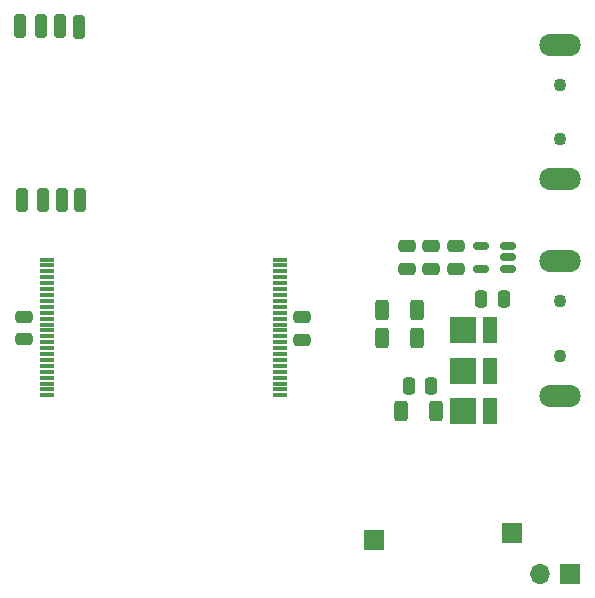
<source format=gbr>
%TF.GenerationSoftware,KiCad,Pcbnew,(6.0.5)*%
%TF.CreationDate,2023-08-07T21:45:28+03:00*%
%TF.ProjectId,JLC2,4a4c4332-2e6b-4696-9361-645f70636258,rev?*%
%TF.SameCoordinates,Original*%
%TF.FileFunction,Soldermask,Bot*%
%TF.FilePolarity,Negative*%
%FSLAX46Y46*%
G04 Gerber Fmt 4.6, Leading zero omitted, Abs format (unit mm)*
G04 Created by KiCad (PCBNEW (6.0.5)) date 2023-08-07 21:45:28*
%MOMM*%
%LPD*%
G01*
G04 APERTURE LIST*
G04 Aperture macros list*
%AMRoundRect*
0 Rectangle with rounded corners*
0 $1 Rounding radius*
0 $2 $3 $4 $5 $6 $7 $8 $9 X,Y pos of 4 corners*
0 Add a 4 corners polygon primitive as box body*
4,1,4,$2,$3,$4,$5,$6,$7,$8,$9,$2,$3,0*
0 Add four circle primitives for the rounded corners*
1,1,$1+$1,$2,$3*
1,1,$1+$1,$4,$5*
1,1,$1+$1,$6,$7*
1,1,$1+$1,$8,$9*
0 Add four rect primitives between the rounded corners*
20,1,$1+$1,$2,$3,$4,$5,0*
20,1,$1+$1,$4,$5,$6,$7,0*
20,1,$1+$1,$6,$7,$8,$9,0*
20,1,$1+$1,$8,$9,$2,$3,0*%
G04 Aperture macros list end*
%ADD10C,1.100000*%
%ADD11O,3.500000X1.900000*%
%ADD12R,1.700000X1.700000*%
%ADD13O,1.700000X1.700000*%
%ADD14RoundRect,0.250000X-0.250000X-0.750000X0.250000X-0.750000X0.250000X0.750000X-0.250000X0.750000X0*%
%ADD15RoundRect,0.250000X0.475000X-0.250000X0.475000X0.250000X-0.475000X0.250000X-0.475000X-0.250000X0*%
%ADD16RoundRect,0.150000X0.512500X0.150000X-0.512500X0.150000X-0.512500X-0.150000X0.512500X-0.150000X0*%
%ADD17RoundRect,0.250000X-0.250000X-0.475000X0.250000X-0.475000X0.250000X0.475000X-0.250000X0.475000X0*%
%ADD18RoundRect,0.250000X-0.475000X0.250000X-0.475000X-0.250000X0.475000X-0.250000X0.475000X0.250000X0*%
%ADD19R,1.275000X0.300000*%
%ADD20R,2.200000X2.200000*%
%ADD21R,1.250000X2.200000*%
%ADD22RoundRect,0.250000X0.250000X0.475000X-0.250000X0.475000X-0.250000X-0.475000X0.250000X-0.475000X0*%
%ADD23RoundRect,0.250000X-0.312500X-0.625000X0.312500X-0.625000X0.312500X0.625000X-0.312500X0.625000X0*%
%ADD24RoundRect,0.250000X0.312500X0.625000X-0.312500X0.625000X-0.312500X-0.625000X0.312500X-0.625000X0*%
G04 APERTURE END LIST*
D10*
%TO.C,J1*%
X145050000Y-71000000D03*
X145050000Y-66400000D03*
D11*
X145050000Y-74400000D03*
X145050000Y-63000000D03*
%TD*%
D12*
%TO.C,BAT+*%
X129290000Y-104918750D03*
%TD*%
%TO.C,-USB+*%
X145865000Y-107778750D03*
D13*
X143325000Y-107778750D03*
%TD*%
D10*
%TO.C,J1*%
X145050001Y-84719999D03*
X145050001Y-89319999D03*
D11*
X145050001Y-81319999D03*
X145050001Y-92719999D03*
%TD*%
D12*
%TO.C,BAT-*%
X140970000Y-104308750D03*
%TD*%
D14*
%TO.C,REF\u002A\u002A*%
X99470000Y-76110000D03*
%TD*%
D15*
%TO.C,C19*%
X134130001Y-81949999D03*
X134130001Y-80049999D03*
%TD*%
D16*
%TO.C,U1*%
X140637501Y-80039999D03*
X140637501Y-80989999D03*
X140637501Y-81939999D03*
X138362501Y-81939999D03*
X138362501Y-80039999D03*
%TD*%
D17*
%TO.C,C10*%
X132260001Y-91869999D03*
X134160001Y-91869999D03*
%TD*%
D14*
%TO.C,REF\u002A\u002A*%
X102720000Y-61440000D03*
%TD*%
D18*
%TO.C,C2*%
X99680001Y-86019999D03*
X99680001Y-87919999D03*
%TD*%
D19*
%TO.C,m2*%
X101620001Y-92679999D03*
X101620001Y-92179999D03*
X101620001Y-91679999D03*
X101620001Y-91179999D03*
X101620001Y-90679999D03*
X101620001Y-90179999D03*
X101620001Y-89679999D03*
X101620001Y-89179999D03*
X101620001Y-88679999D03*
X101620001Y-88179999D03*
X101620001Y-87679999D03*
X101620001Y-87179999D03*
X101620001Y-86679999D03*
X101620001Y-86179999D03*
X101620001Y-85679999D03*
X101620001Y-85179999D03*
X101620001Y-84679999D03*
X101620001Y-84179999D03*
X101620001Y-83679999D03*
X101620001Y-83179999D03*
X101620001Y-82679999D03*
X101620001Y-82179999D03*
X101620001Y-81679999D03*
X101620001Y-81179999D03*
X121296001Y-81179999D03*
X121296001Y-81679999D03*
X121296001Y-82179999D03*
X121296001Y-82679999D03*
X121296001Y-83179999D03*
X121296001Y-83679999D03*
X121296001Y-84179999D03*
X121296001Y-84679999D03*
X121296001Y-85179999D03*
X121296001Y-85679999D03*
X121296001Y-86179999D03*
X121296001Y-86679999D03*
X121296001Y-87179999D03*
X121296001Y-87679999D03*
X121296001Y-88179999D03*
X121296001Y-88679999D03*
X121296001Y-89179999D03*
X121296001Y-89679999D03*
X121296001Y-90179999D03*
X121296001Y-90679999D03*
X121296001Y-91179999D03*
X121296001Y-91679999D03*
X121296001Y-92179999D03*
X121296001Y-92679999D03*
%TD*%
D18*
%TO.C,C6*%
X123190001Y-86069999D03*
X123190001Y-87969999D03*
%TD*%
D14*
%TO.C,REF\u002A\u002A*%
X101230000Y-76150000D03*
%TD*%
D15*
%TO.C,C17*%
X132100001Y-81939999D03*
X132100001Y-80039999D03*
%TD*%
D14*
%TO.C,REF\u002A\u002A*%
X99330000Y-61400000D03*
%TD*%
%TO.C,REF\u002A\u002A*%
X101090000Y-61440000D03*
%TD*%
%TO.C,REF\u002A\u002A*%
X104300000Y-61460000D03*
%TD*%
D20*
%TO.C,D3*%
X136810001Y-93989999D03*
D21*
X139085001Y-93989999D03*
%TD*%
D22*
%TO.C,C11*%
X140260001Y-84479999D03*
X138360001Y-84479999D03*
%TD*%
D15*
%TO.C,C12*%
X136210001Y-81949999D03*
X136210001Y-80049999D03*
%TD*%
D23*
%TO.C,R1*%
X129985001Y-87789999D03*
X132910001Y-87789999D03*
%TD*%
D24*
%TO.C,R7*%
X134532501Y-94019999D03*
X131607501Y-94019999D03*
%TD*%
D14*
%TO.C,REF\u002A\u002A*%
X104440000Y-76170000D03*
%TD*%
%TO.C,REF\u002A\u002A*%
X102860000Y-76150000D03*
%TD*%
D20*
%TO.C,D2*%
X136810001Y-87159999D03*
D21*
X139085001Y-87159999D03*
%TD*%
D23*
%TO.C,R2*%
X129977501Y-85449999D03*
X132902501Y-85449999D03*
%TD*%
D20*
%TO.C,D1*%
X136810001Y-90579999D03*
D21*
X139085001Y-90579999D03*
%TD*%
M02*

</source>
